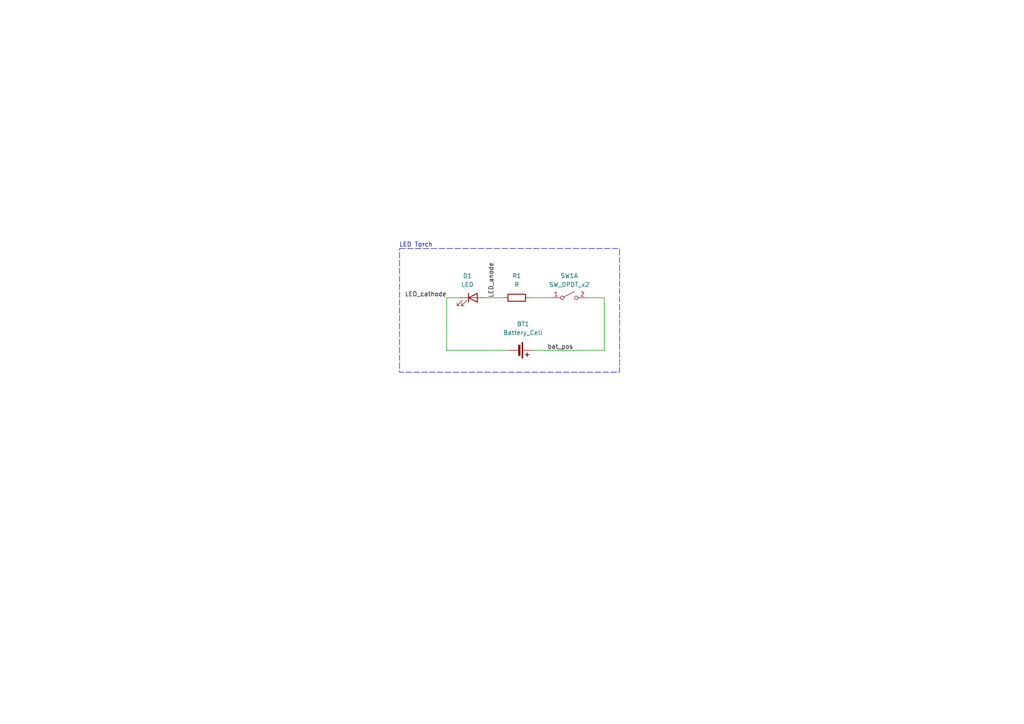
<source format=kicad_sch>
(kicad_sch (version 20250114) (generator "eeschema") (generator_version "9.0")
  (paper "A4")
  (title_block (title "LED Torch") (date "2025-07-29") (rev "1") (company "https://www.michellemaia.com") (comment 1 "Designer: Michelle Maia"))
  (lib_symbols
    (symbol "Device:Battery_Cell" (pin_numbers (hide yes)) (pin_names (offset 0) (hide yes))
      (property "Reference" "BT" (at 2.54 2.54 0))
      (property "Value" "Battery_Cell" (at 2.54 0 0))
      (symbol "Battery_Cell_0_1"
        (rectangle (start -2.286 1.778) (end 2.286 1.524) (fill (type outline)))
        (rectangle (start -1.524 1.016) (end 1.524 0.508) (fill (type outline)))
        (polyline (pts (xy 0 1.778) (xy 0 2.54)))
        (polyline (pts (xy 0 0.762) (xy 0 0)))
        (polyline (pts (xy 0.762 3.048) (xy 1.778 3.048)) (stroke (width 0.254)))
        (polyline (pts (xy 1.27 3.556) (xy 1.27 2.54)) (stroke (width 0.254)))
      )
      (symbol "Battery_Cell_1_1"
        (pin passive line (at 0 5.08 270) (length 2.54) (name "+") (number "1"))
        (pin passive line (at 0 -2.54 90) (length 2.54) (name "-") (number "2"))
      )
    )
    (symbol "Device:LED" (pin_numbers (hide yes)) (pin_names (offset 1.016) (hide yes))
      (property "Reference" "D" (at 0 2.54 0))
      (property "Value" "LED" (at 0 -2.54 0))
      (symbol "LED_0_1"
        (polyline (pts (xy -3.048 -0.762) (xy -4.572 -2.286) (xy -3.81 -2.286) (xy -4.572 -2.286) (xy -4.572 -1.524)))
        (polyline (pts (xy -1.778 -0.762) (xy -3.302 -2.286) (xy -2.54 -2.286) (xy -3.302 -2.286) (xy -3.302 -1.524)))
        (polyline (pts (xy -1.27 0) (xy 1.27 0)))
        (polyline (pts (xy -1.27 -1.27) (xy -1.27 1.27)) (stroke (width 0.254)))
        (polyline (pts (xy 1.27 -1.27) (xy 1.27 1.27) (xy -1.27 0) (xy 1.27 -1.27)) (stroke (width 0.254)))
      )
      (symbol "LED_1_1"
        (pin passive line (at -3.81 0 0) (length 2.54) (name "K") (number "1"))
        (pin passive line (at 3.81 0 180) (length 2.54) (name "A") (number "2"))
      )
    )
    (symbol "Device:R" (pin_numbers (hide yes)) (pin_names (offset 0))
      (property "Reference" "R" (at 2.032 0 90))
      (property "Value" "R" (at 0 0 90))
      (symbol "R_0_1"
        (rectangle (start -1.016 -2.54) (end 1.016 2.54) (stroke (width 0.254)))
      )
      (symbol "R_1_1"
        (pin passive line (at 0 3.81 270) (length 1.27) (name "~") (number "1"))
        (pin passive line (at 0 -3.81 90) (length 1.27) (name "~") (number "2"))
      )
    )
    (symbol "Switch:SW_DPST_x2" (pin_names (offset 0) (hide yes))
      (property "Reference" "SW" (at 0 3.175 0))
      (property "Value" "SW_DPST_x2" (at 0 -2.54 0))
      (symbol "SW_DPST_x2_0_0"
        (circle (center -2.032 0) (radius 0.508))
        (polyline (pts (xy -1.524 0.254) (xy 1.524 1.778)))
        (circle (center 2.032 0) (radius 0.508))
      )
      (symbol "SW_DPST_x2_1_1"
        (pin passive line (at -5.08 0 0) (length 2.54) (name "A") (number "1"))
        (pin passive line (at 5.08 0 180) (length 2.54) (name "B") (number "2"))
      )
      (symbol "SW_DPST_x2_2_1"
        (pin passive line (at -5.08 0 0) (length 2.54) (name "A") (number "3"))
        (pin passive line (at 5.08 0 180) (length 2.54) (name "B") (number "4"))
      )
    )
  )
  (rectangle (start 115.8874 72.0725) (end 179.705 107.95) (stroke (width 0) (type dash)))
  (text "LED Torch" (at 120.65 71.12 0) (effects (font (size 1.27 1.27))))
  (wire (pts (xy 175.26 101.6) (xy 175.26 86.36)))
  (wire (pts (xy 129.54 101.6) (xy 147.32 101.6)))
  (wire (pts (xy 153.67 86.36) (xy 160.02 86.36)))
  (wire (pts (xy 140.97 86.36) (xy 146.05 86.36)))
  (wire (pts (xy 133.35 86.36) (xy 129.54 86.36)))
  (wire (pts (xy 154.94 101.6) (xy 175.26 101.6)))
  (wire (pts (xy 175.26 86.36) (xy 170.18 86.36)))
  (wire (pts (xy 129.54 86.36) (xy 129.54 101.6)))
  (label "bat_pos" (at 158.75 101.6 0))
  (label "LED_cathode" (at 129.54 86.36 180))
  (label "LED_anode" (at 143.51 86.36 90))
  (symbol (lib_id "Device:LED") (at 137.16 86.36 0) (unit 1)
    (property "Reference" "D1" (at 135.5725 80.01 0))
    (property "Value" "LED" (at 135.5725 82.55 0))
    (property "Footprint" "LED_THT:LED_D5.0mm" (effects (hide yes)))
    (property "Description" "Light emitting diode" (effects (hide yes)))
    (property "Sim.Pins" "1=K 2=A" (effects (hide yes)))
  )
  (symbol (lib_id "Device:R") (at 149.86 86.36 90) (unit 1)
    (property "Reference" "R1" (at 149.86 80.01 90))
    (property "Value" "R" (at 149.86 82.55 90))
    (property "Footprint" "Resistor_THT:R_Axial_DIN0204_L3.6mm_D1.6mm_P7.62mm_Horizontal" (effects (hide yes)))
    (property "Description" "Resistor" (effects (hide yes)))
  )
  (symbol (lib_id "Switch:SW_DPST_x2") (at 165.1 86.36 0) (unit 1)
    (property "Reference" "SW1" (at 165.1 80.01 0))
    (property "Value" "SW_DPDT_x2" (at 165.1 82.55 0))
    (property "Footprint" "Button_Switch_THT:SW_TH_Tactile_Omron_B3F-10xx" (effects (hide yes)))
    (property "Description" "Single Pole Single Throw (SPST) switch, separate symbol" (effects (hide yes)))
  )
  (symbol (lib_id "Device:Battery_Cell") (at 149.86 101.6 270) (unit 1)
    (property "Reference" "BT1" (at 151.7015 93.98 90))
    (property "Value" "Battery_Cell" (at 151.7015 96.52 90))
    (property "Footprint" "Battery:BatteryHolder_Keystone_1058_1x2032" (effects (hide yes)))
    (property "Description" "Single-cell battery" (effects (hide yes)))
  )
)
</source>
